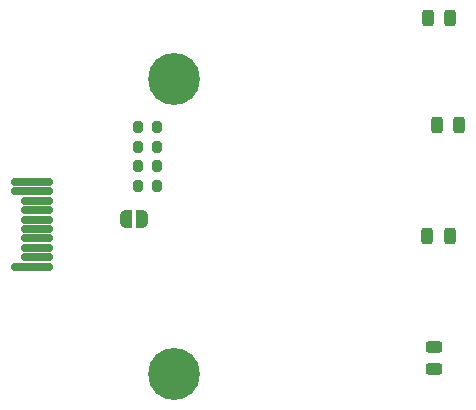
<source format=gbs>
G04 #@! TF.GenerationSoftware,KiCad,Pcbnew,8.0.1*
G04 #@! TF.CreationDate,2024-04-08T19:57:07+01:00*
G04 #@! TF.ProjectId,hexpansion,68657870-616e-4736-996f-6e2e6b696361,rev?*
G04 #@! TF.SameCoordinates,Original*
G04 #@! TF.FileFunction,Soldermask,Bot*
G04 #@! TF.FilePolarity,Negative*
%FSLAX46Y46*%
G04 Gerber Fmt 4.6, Leading zero omitted, Abs format (unit mm)*
G04 Created by KiCad (PCBNEW 8.0.1) date 2024-04-08 19:57:07*
%MOMM*%
%LPD*%
G01*
G04 APERTURE LIST*
G04 Aperture macros list*
%AMRoundRect*
0 Rectangle with rounded corners*
0 $1 Rounding radius*
0 $2 $3 $4 $5 $6 $7 $8 $9 X,Y pos of 4 corners*
0 Add a 4 corners polygon primitive as box body*
4,1,4,$2,$3,$4,$5,$6,$7,$8,$9,$2,$3,0*
0 Add four circle primitives for the rounded corners*
1,1,$1+$1,$2,$3*
1,1,$1+$1,$4,$5*
1,1,$1+$1,$6,$7*
1,1,$1+$1,$8,$9*
0 Add four rect primitives between the rounded corners*
20,1,$1+$1,$2,$3,$4,$5,0*
20,1,$1+$1,$4,$5,$6,$7,0*
20,1,$1+$1,$6,$7,$8,$9,0*
20,1,$1+$1,$8,$9,$2,$3,0*%
%AMFreePoly0*
4,1,19,0.500000,-0.750000,0.000000,-0.750000,0.000000,-0.744911,-0.071157,-0.744911,-0.207708,-0.704816,-0.327430,-0.627875,-0.420627,-0.520320,-0.479746,-0.390866,-0.500000,-0.250000,-0.500000,0.250000,-0.479746,0.390866,-0.420627,0.520320,-0.327430,0.627875,-0.207708,0.704816,-0.071157,0.744911,0.000000,0.744911,0.000000,0.750000,0.500000,0.750000,0.500000,-0.750000,0.500000,-0.750000,
$1*%
%AMFreePoly1*
4,1,19,0.000000,0.744911,0.071157,0.744911,0.207708,0.704816,0.327430,0.627875,0.420627,0.520320,0.479746,0.390866,0.500000,0.250000,0.500000,-0.250000,0.479746,-0.390866,0.420627,-0.520320,0.327430,-0.627875,0.207708,-0.704816,0.071157,-0.744911,0.000000,-0.744911,0.000000,-0.750000,-0.500000,-0.750000,-0.500000,0.750000,0.000000,0.750000,0.000000,0.744911,0.000000,0.744911,
$1*%
G04 Aperture macros list end*
%ADD10RoundRect,0.150000X-1.600000X-0.150000X1.600000X-0.150000X1.600000X0.150000X-1.600000X0.150000X0*%
%ADD11RoundRect,0.150000X-1.200000X-0.150000X1.200000X-0.150000X1.200000X0.150000X-1.200000X0.150000X0*%
%ADD12C,0.700000*%
%ADD13C,4.400000*%
%ADD14FreePoly0,0.000000*%
%ADD15FreePoly1,0.000000*%
%ADD16RoundRect,0.243750X0.243750X0.456250X-0.243750X0.456250X-0.243750X-0.456250X0.243750X-0.456250X0*%
%ADD17RoundRect,0.200000X-0.200000X-0.275000X0.200000X-0.275000X0.200000X0.275000X-0.200000X0.275000X0*%
%ADD18RoundRect,0.243750X-0.456250X0.243750X-0.456250X-0.243750X0.456250X-0.243750X0.456250X0.243750X0*%
G04 APERTURE END LIST*
D10*
X100500000Y-103400000D03*
D11*
X100900000Y-102600000D03*
X100900000Y-101800000D03*
X100900000Y-101000000D03*
X100900000Y-100200000D03*
X100900000Y-99400000D03*
X100900000Y-98600000D03*
X100900000Y-97800000D03*
D10*
X100500000Y-97000000D03*
X100500000Y-96200000D03*
D12*
X110850000Y-87500000D03*
X111333274Y-86333274D03*
X111333274Y-88666726D03*
X112500000Y-85850000D03*
D13*
X112500000Y-87500000D03*
D12*
X112500000Y-89150000D03*
X113666726Y-86333274D03*
X113666726Y-88666726D03*
X114150000Y-87500000D03*
X110850000Y-112500000D03*
X111333274Y-111333274D03*
X111333274Y-113666726D03*
X112500000Y-110850000D03*
D13*
X112500000Y-112500000D03*
D12*
X112500000Y-114150000D03*
X113666726Y-111333274D03*
X113666726Y-113666726D03*
X114150000Y-112500000D03*
D14*
X108500000Y-99325000D03*
D15*
X109800000Y-99325000D03*
D16*
X136624300Y-91389200D03*
X134749300Y-91389200D03*
D17*
X109475000Y-96520000D03*
X111125000Y-96520000D03*
X109475000Y-93218000D03*
X111125000Y-93218000D03*
X109474000Y-94869000D03*
X111124000Y-94869000D03*
D18*
X134569200Y-110156900D03*
X134569200Y-112031900D03*
D17*
X109475000Y-91567000D03*
X111125000Y-91567000D03*
D16*
X135857100Y-100787200D03*
X133982100Y-100787200D03*
X135867500Y-82346800D03*
X133992500Y-82346800D03*
M02*

</source>
